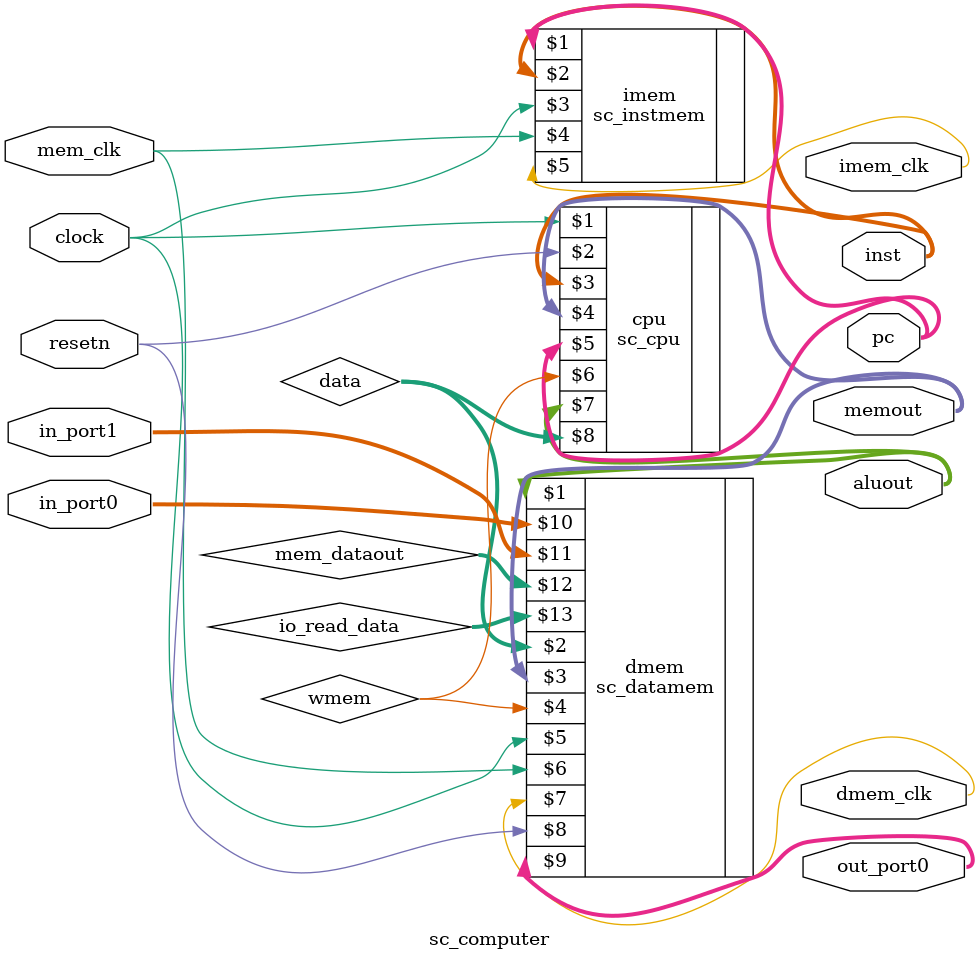
<source format=v>

module sc_computer (resetn,clock,mem_clk,pc,inst,aluout,memout,imem_clk,dmem_clk,out_port0,in_port0,in_port1);
   
   input resetn,clock,mem_clk;
	input	[31:0]	in_port0,in_port1;
   output [31:0] pc,inst,aluout,memout;
   output        imem_clk,dmem_clk;
	output [31:0]	out_port0;
   wire   [31:0] data;
   wire          wmem; // all these "wire"s are used to connect or interface the cpu,dmem,imem and so on.
	wire [31:0]	mem_dataout, io_read_data;
   
   sc_cpu cpu (clock,resetn,inst,memout,pc,wmem,aluout,data);          // CPU module.
   sc_instmem  imem (pc,inst,clock,mem_clk,imem_clk);                  // instruction memory.
   sc_datamem  dmem (aluout,data,memout,wmem,clock,mem_clk,dmem_clk,resetn,out_port0,in_port0,in_port1,mem_dataout,io_read_data ); // data memory.

endmodule




</source>
